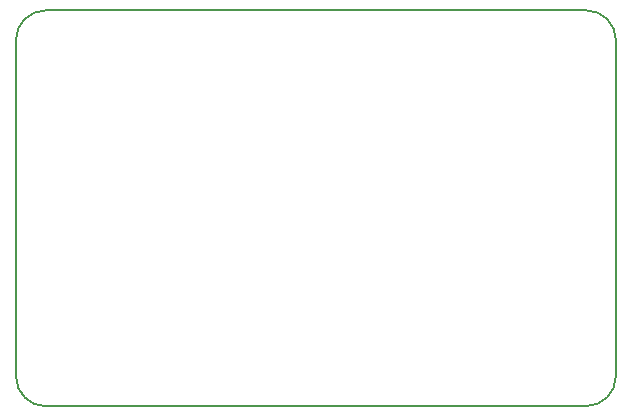
<source format=gbr>
G04 DipTrace 3.3.1.3*
G04 BoardOutline.gbr*
%MOIN*%
G04 #@! TF.FileFunction,Profile*
G04 #@! TF.Part,Single*
%ADD11C,0.005512*%
%FSLAX26Y26*%
G04*
G70*
G90*
G75*
G01*
G04 BoardOutline*
%LPD*%
X100535Y-1198D2*
D11*
X1900535D1*
G03X2000535Y98802I0J100000D01*
G01*
Y1218802D1*
G03X1900535Y1318802I-99998J2D01*
G01*
X100535D1*
G03X535Y1218802I0J-100000D01*
G01*
Y98802D1*
G03X100535Y-1198I100002J2D01*
G01*
M02*

</source>
